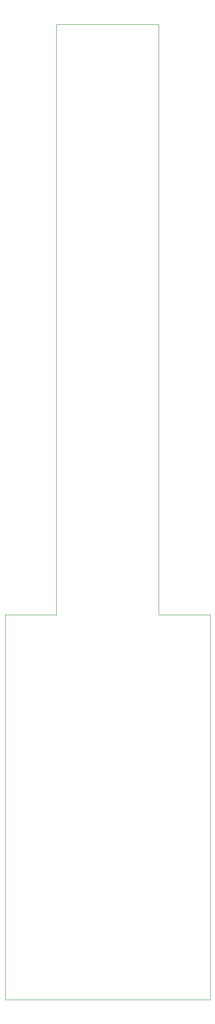
<source format=gbr>
%TF.GenerationSoftware,KiCad,Pcbnew,9.0.4*%
%TF.CreationDate,2025-11-10T20:34:51-07:00*%
%TF.ProjectId,ideaspark_esp_board,69646561-7370-4617-926b-5f6573705f62,rev?*%
%TF.SameCoordinates,Original*%
%TF.FileFunction,Profile,NP*%
%FSLAX46Y46*%
G04 Gerber Fmt 4.6, Leading zero omitted, Abs format (unit mm)*
G04 Created by KiCad (PCBNEW 9.0.4) date 2025-11-10 20:34:51*
%MOMM*%
%LPD*%
G01*
G04 APERTURE LIST*
%TA.AperFunction,Profile*%
%ADD10C,0.050000*%
%TD*%
G04 APERTURE END LIST*
D10*
X10000000Y85500000D02*
X10000000Y200500000D01*
X0Y10500000D02*
X0Y85500000D01*
X40000000Y10500000D02*
X0Y10500000D01*
X30000000Y85500000D02*
X30000000Y200500000D01*
X0Y85500000D02*
X10000000Y85500000D01*
X10000000Y200500000D02*
X30000000Y200500000D01*
X30000000Y85500000D02*
X40000000Y85500000D01*
X40000000Y85500000D02*
X40000000Y10500000D01*
M02*

</source>
